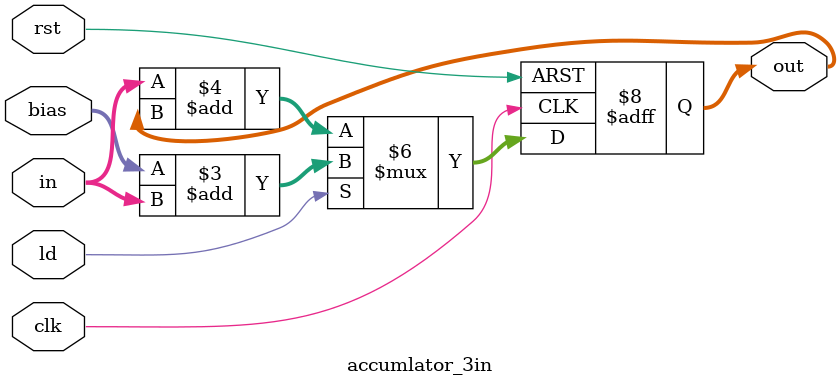
<source format=v>
module accumlator_3in(in,bias,ld,clk,rst, out);
input	wire signed [17:0] in,bias;
input	wire	ld;
input	wire	 clk,rst;
output reg signed [17:0] out;
//reg signed [15:0]  out_reg; 

 always @(posedge clk or negedge rst)
  begin
   if (!rst)
	out<=0; 
   else if(ld)
    //out_reg<=bias+in;
	 out<=bias+in;
   else
   // out_reg<=in+out_reg;	
	out<=in+out;	
  end
//  	assign out = out_reg;	
endmodule

</source>
